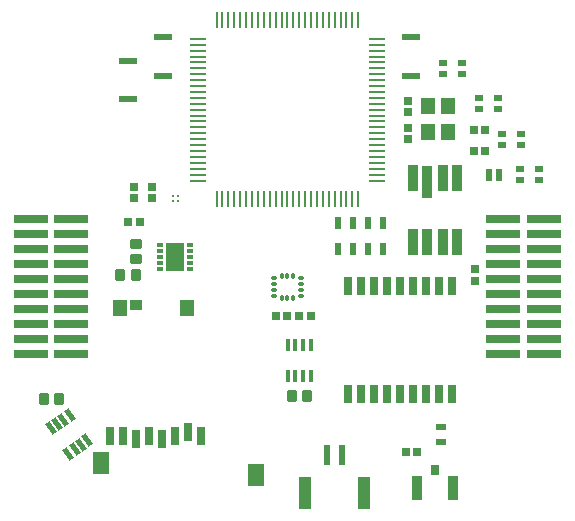
<source format=gtp>
G04*
G04 #@! TF.GenerationSoftware,Altium Limited,Altium Designer,24.4.1 (13)*
G04*
G04 Layer_Color=8421504*
%FSLAX44Y44*%
%MOMM*%
G71*
G04*
G04 #@! TF.SameCoordinates,55532D4A-085B-46E5-86D8-018E79720E20*
G04*
G04*
G04 #@! TF.FilePolarity,Positive*
G04*
G01*
G75*
%ADD15R,0.9000X2.0000*%
%ADD16R,0.8000X0.8500*%
%ADD17R,0.5500X0.3500*%
%ADD18R,1.6200X2.4000*%
%ADD19R,1.0000X2.7000*%
%ADD20R,0.6000X1.7000*%
G04:AMPARAMS|DCode=21|XSize=0.95mm|YSize=0.8mm|CornerRadius=0.1mm|HoleSize=0mm|Usage=FLASHONLY|Rotation=90.000|XOffset=0mm|YOffset=0mm|HoleType=Round|Shape=RoundedRectangle|*
%AMROUNDEDRECTD21*
21,1,0.9500,0.6000,0,0,90.0*
21,1,0.7500,0.8000,0,0,90.0*
1,1,0.2000,0.3000,0.3750*
1,1,0.2000,0.3000,-0.3750*
1,1,0.2000,-0.3000,-0.3750*
1,1,0.2000,-0.3000,0.3750*
%
%ADD21ROUNDEDRECTD21*%
%ADD22R,0.7154X0.6725*%
%ADD23R,0.4500X1.1000*%
G04:AMPARAMS|DCode=24|XSize=1.1mm|YSize=0.45mm|CornerRadius=0mm|HoleSize=0mm|Usage=FLASHONLY|Rotation=125.000|XOffset=0mm|YOffset=0mm|HoleType=Round|Shape=Rectangle|*
%AMROTATEDRECTD24*
4,1,4,0.4998,-0.3215,0.1312,-0.5796,-0.4998,0.3215,-0.1312,0.5796,0.4998,-0.3215,0.0*
%
%ADD24ROTATEDRECTD24*%

%ADD25R,1.2000X1.4000*%
%ADD26R,0.6725X0.7154*%
%ADD27R,0.5750X1.1400*%
%ADD28R,0.6500X0.6500*%
%ADD29R,2.9200X0.7400*%
%ADD30R,0.9000X2.2500*%
%ADD31R,0.9000X2.8000*%
%ADD32R,0.8000X1.5000*%
%ADD33R,1.3000X1.4000*%
%ADD34R,1.0000X0.9500*%
%ADD35R,1.4000X1.9000*%
G04:AMPARAMS|DCode=36|XSize=0.2125mm|YSize=1.3552mm|CornerRadius=0.1062mm|HoleSize=0mm|Usage=FLASHONLY|Rotation=180.000|XOffset=0mm|YOffset=0mm|HoleType=Round|Shape=RoundedRectangle|*
%AMROUNDEDRECTD36*
21,1,0.2125,1.1428,0,0,180.0*
21,1,0.0000,1.3552,0,0,180.0*
1,1,0.2125,0.0000,0.5714*
1,1,0.2125,0.0000,0.5714*
1,1,0.2125,0.0000,-0.5714*
1,1,0.2125,0.0000,-0.5714*
%
%ADD36ROUNDEDRECTD36*%
G04:AMPARAMS|DCode=37|XSize=1.3552mm|YSize=0.2125mm|CornerRadius=0.1062mm|HoleSize=0mm|Usage=FLASHONLY|Rotation=180.000|XOffset=0mm|YOffset=0mm|HoleType=Round|Shape=RoundedRectangle|*
%AMROUNDEDRECTD37*
21,1,1.3552,0.0000,0,0,180.0*
21,1,1.1428,0.2125,0,0,180.0*
1,1,0.2125,-0.5714,0.0000*
1,1,0.2125,0.5714,0.0000*
1,1,0.2125,0.5714,0.0000*
1,1,0.2125,-0.5714,0.0000*
%
%ADD37ROUNDEDRECTD37*%
%ADD38R,1.3552X0.2125*%
%ADD39R,0.8000X1.5500*%
%ADD40R,0.6500X0.6500*%
G04:AMPARAMS|DCode=41|XSize=0.95mm|YSize=0.8mm|CornerRadius=0.1mm|HoleSize=0mm|Usage=FLASHONLY|Rotation=0.000|XOffset=0mm|YOffset=0mm|HoleType=Round|Shape=RoundedRectangle|*
%AMROUNDEDRECTD41*
21,1,0.9500,0.6000,0,0,0.0*
21,1,0.7500,0.8000,0,0,0.0*
1,1,0.2000,0.3750,-0.3000*
1,1,0.2000,-0.3750,-0.3000*
1,1,0.2000,-0.3750,0.3000*
1,1,0.2000,0.3750,0.3000*
%
%ADD41ROUNDEDRECTD41*%
%ADD42R,0.8000X0.5000*%
%ADD43C,0.2300*%
%ADD44O,0.5500X0.3500*%
%ADD45O,0.3500X0.5500*%
%ADD46R,0.8500X0.6250*%
%ADD47R,1.5000X0.5500*%
%ADD48R,0.6000X1.1000*%
D15*
X140000Y-170000D02*
D03*
X110000Y-170000D02*
D03*
D16*
X125000Y-154751D02*
D03*
D17*
X-107850Y35000D02*
D03*
Y30000D02*
D03*
Y25000D02*
D03*
Y20000D02*
D03*
Y15000D02*
D03*
X-82150Y35000D02*
D03*
Y30000D02*
D03*
Y25000D02*
D03*
Y20000D02*
D03*
Y15000D02*
D03*
D18*
X-95000Y25000D02*
D03*
D19*
X15250Y-174250D02*
D03*
X64750D02*
D03*
D20*
X33750Y-142250D02*
D03*
X46250D02*
D03*
D21*
X-128500Y10000D02*
D03*
X-141500D02*
D03*
X16500Y-92500D02*
D03*
X3500D02*
D03*
X-206500Y-95000D02*
D03*
X-193500D02*
D03*
D22*
X157714Y115000D02*
D03*
X167286D02*
D03*
X157714Y132500D02*
D03*
X167286D02*
D03*
X-134786Y55000D02*
D03*
X-125214D02*
D03*
X10214Y-25000D02*
D03*
X19786D02*
D03*
X-214D02*
D03*
X-9786D02*
D03*
D23*
X19750Y-75500D02*
D03*
X13250D02*
D03*
X6750D02*
D03*
X250D02*
D03*
Y-49500D02*
D03*
X6750D02*
D03*
X13250D02*
D03*
X19750D02*
D03*
D24*
X-200443Y-119943D02*
D03*
X-195119Y-116215D02*
D03*
X-189794Y-112487D02*
D03*
X-184470Y-108759D02*
D03*
X-169557Y-130057D02*
D03*
X-174881Y-133785D02*
D03*
X-180206Y-137513D02*
D03*
X-185530Y-141241D02*
D03*
D25*
X136000Y153500D02*
D03*
Y131500D02*
D03*
X119000D02*
D03*
Y153500D02*
D03*
D26*
X102500Y125214D02*
D03*
Y134786D02*
D03*
Y157286D02*
D03*
Y147714D02*
D03*
X-115000Y84786D02*
D03*
Y75214D02*
D03*
X-130000Y84786D02*
D03*
Y75214D02*
D03*
D27*
X179125Y95000D02*
D03*
X170875D02*
D03*
D28*
X110000Y-140000D02*
D03*
X100000D02*
D03*
D29*
X217150Y-57150D02*
D03*
X182850D02*
D03*
X217150Y-44450D02*
D03*
X182850D02*
D03*
X217150Y-31750D02*
D03*
X182850D02*
D03*
X217150Y-19050D02*
D03*
X182850D02*
D03*
X217150Y-6350D02*
D03*
X182850D02*
D03*
X217150Y6350D02*
D03*
X182850D02*
D03*
X217150Y19050D02*
D03*
X182850D02*
D03*
X217150Y31750D02*
D03*
X182850D02*
D03*
X217150Y44450D02*
D03*
X182850D02*
D03*
X217150Y57150D02*
D03*
X182850D02*
D03*
X-182850Y-57150D02*
D03*
X-217150D02*
D03*
X-182850Y-44450D02*
D03*
X-217150D02*
D03*
X-182850Y-31750D02*
D03*
X-217150D02*
D03*
X-182850Y-19050D02*
D03*
X-217150D02*
D03*
X-182850Y-6350D02*
D03*
X-217150D02*
D03*
X-182850Y6350D02*
D03*
X-217150D02*
D03*
X-182850Y19050D02*
D03*
X-217150D02*
D03*
X-182850Y31750D02*
D03*
X-217150D02*
D03*
X-182850Y44450D02*
D03*
X-217150D02*
D03*
X-182850Y57150D02*
D03*
X-217150D02*
D03*
D30*
X144000Y91750D02*
D03*
X131500D02*
D03*
X106000D02*
D03*
X144000Y38250D02*
D03*
X131500D02*
D03*
X118500D02*
D03*
X106000D02*
D03*
D31*
X118500Y89000D02*
D03*
D32*
X-150100Y-126600D02*
D03*
X-139100D02*
D03*
X-128100Y-128600D02*
D03*
X-117100Y-126600D02*
D03*
X-106100Y-128600D02*
D03*
X-95100Y-126600D02*
D03*
X-84100Y-122600D02*
D03*
X-73100Y-126600D02*
D03*
D33*
X-142000Y-18000D02*
D03*
X-85000D02*
D03*
D34*
X-128100Y-15750D02*
D03*
D35*
X-158000Y-149500D02*
D03*
X-26500Y-159500D02*
D03*
D36*
X35000Y74245D02*
D03*
X40000Y74245D02*
D03*
X60000D02*
D03*
X55000Y74245D02*
D03*
X50000Y74245D02*
D03*
X45000Y74245D02*
D03*
X30000Y74245D02*
D03*
X25000Y74245D02*
D03*
X20000Y74245D02*
D03*
X15000Y74245D02*
D03*
X10000Y74245D02*
D03*
X5000D02*
D03*
X-0D02*
D03*
X-5000D02*
D03*
X-10000Y74245D02*
D03*
X-15000D02*
D03*
X-20000Y74245D02*
D03*
X-25000Y74245D02*
D03*
X-30000Y74245D02*
D03*
X-35000Y74245D02*
D03*
X-40000D02*
D03*
X-45000Y74245D02*
D03*
X-50000Y74245D02*
D03*
X-55000Y74245D02*
D03*
X-60000Y74245D02*
D03*
Y225755D02*
D03*
X-55000Y225755D02*
D03*
X-50000Y225755D02*
D03*
X-45000Y225755D02*
D03*
X-40000Y225755D02*
D03*
X-35000Y225755D02*
D03*
X-30000Y225755D02*
D03*
X-25000Y225755D02*
D03*
X-20000Y225755D02*
D03*
X-15000Y225755D02*
D03*
X-10000Y225755D02*
D03*
X-5000D02*
D03*
X0D02*
D03*
X5000D02*
D03*
X10000Y225755D02*
D03*
X15000D02*
D03*
X20000Y225755D02*
D03*
X25000Y225755D02*
D03*
X30000Y225755D02*
D03*
X35000Y225755D02*
D03*
X40000D02*
D03*
X45000Y225755D02*
D03*
X50000Y225755D02*
D03*
X55000Y225755D02*
D03*
X60000Y225755D02*
D03*
D37*
X-75755Y90000D02*
D03*
X-75755Y95000D02*
D03*
X-75755Y100000D02*
D03*
X-75755Y105000D02*
D03*
X-75755Y110000D02*
D03*
X-75755Y115000D02*
D03*
X-75755Y120000D02*
D03*
X-75755Y125000D02*
D03*
X-75755Y130000D02*
D03*
X-75755Y135000D02*
D03*
X-75755Y140000D02*
D03*
Y145000D02*
D03*
Y150000D02*
D03*
Y155000D02*
D03*
X-75755Y160000D02*
D03*
Y165000D02*
D03*
X-75755Y170000D02*
D03*
X-75755Y175000D02*
D03*
X-75755Y180000D02*
D03*
X-75755Y185000D02*
D03*
Y190000D02*
D03*
X-75755Y195000D02*
D03*
X-75755Y200000D02*
D03*
X-75755Y205000D02*
D03*
X-75755Y210000D02*
D03*
X75755D02*
D03*
X75755Y205000D02*
D03*
X75755Y200000D02*
D03*
X75755Y195000D02*
D03*
X75755Y190000D02*
D03*
X75755Y185000D02*
D03*
X75755Y180000D02*
D03*
X75755Y175000D02*
D03*
X75755Y170000D02*
D03*
X75755Y165000D02*
D03*
X75755Y160000D02*
D03*
Y155000D02*
D03*
Y150000D02*
D03*
Y145000D02*
D03*
X75755Y140000D02*
D03*
Y135000D02*
D03*
X75755Y130000D02*
D03*
X75755Y125000D02*
D03*
X75755Y120000D02*
D03*
X75755Y115000D02*
D03*
Y110000D02*
D03*
X75755Y105000D02*
D03*
X75755Y100000D02*
D03*
X75755Y95000D02*
D03*
D38*
X75755Y90000D02*
D03*
D39*
X139000Y1000D02*
D03*
X128000D02*
D03*
X117000D02*
D03*
X106000D02*
D03*
X95000D02*
D03*
X84000D02*
D03*
X73000D02*
D03*
X62000D02*
D03*
X51000D02*
D03*
X139000Y-91000D02*
D03*
X128000D02*
D03*
X117000D02*
D03*
X106000D02*
D03*
X95000D02*
D03*
X84000D02*
D03*
X73000D02*
D03*
X62000D02*
D03*
X51000D02*
D03*
D40*
X158500Y5000D02*
D03*
Y15000D02*
D03*
D41*
X-127850Y36500D02*
D03*
Y23500D02*
D03*
D42*
X213000Y90500D02*
D03*
X197000D02*
D03*
X213000Y99500D02*
D03*
X197000D02*
D03*
X132000Y189500D02*
D03*
X148000D02*
D03*
X132000Y180500D02*
D03*
X148000D02*
D03*
X162000Y159500D02*
D03*
X178000D02*
D03*
X162000Y150500D02*
D03*
X178000D02*
D03*
X182000Y129500D02*
D03*
X198000D02*
D03*
X182000Y120500D02*
D03*
X198000D02*
D03*
D43*
X-97000Y77000D02*
D03*
X-93000D02*
D03*
X-97000Y73000D02*
D03*
X-93000D02*
D03*
D44*
X-11750Y7500D02*
D03*
Y2500D02*
D03*
Y-2500D02*
D03*
Y-7500D02*
D03*
X11750D02*
D03*
Y-2500D02*
D03*
Y2500D02*
D03*
Y7500D02*
D03*
D45*
X-5000Y-9250D02*
D03*
X0D02*
D03*
X5000D02*
D03*
Y9250D02*
D03*
X0D02*
D03*
X-5000D02*
D03*
D46*
X130000Y-118375D02*
D03*
Y-131625D02*
D03*
D47*
X-105000Y211250D02*
D03*
Y178750D02*
D03*
X-135000Y158750D02*
D03*
Y191250D02*
D03*
X105000Y178750D02*
D03*
Y211250D02*
D03*
D48*
X80750Y54000D02*
D03*
Y32000D02*
D03*
X68250D02*
D03*
Y54000D02*
D03*
X55750D02*
D03*
Y32000D02*
D03*
X43250Y54000D02*
D03*
Y32000D02*
D03*
M02*

</source>
